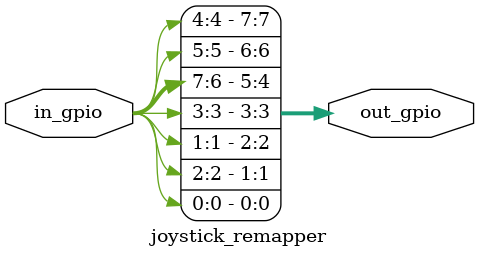
<source format=v>
`timescale 1ns / 1ps


module joystick_remapper(
    input wire [7:0] in_gpio,
    output wire [7:0] out_gpio
    );
    
    // input
    // 0: A, 1: SELECT, 2: B, 3: START, 4: DX, 5: SX, 6: UP, 7: DOWN

    // output
    // 0: A, 1: B, 2: Select, 3: Start, 4: Down, 5: Up, 6: Right, 7: Left
    
    assign out_gpio[0] = in_gpio[0];
    assign out_gpio[1] = in_gpio[2];
    assign out_gpio[2] = in_gpio[1];
    assign out_gpio[3] = in_gpio[3];
    assign out_gpio[4] = in_gpio[6];
    assign out_gpio[5] = in_gpio[7];
    assign out_gpio[6] = in_gpio[5];
    assign out_gpio[7] = in_gpio[4];
        
endmodule

</source>
